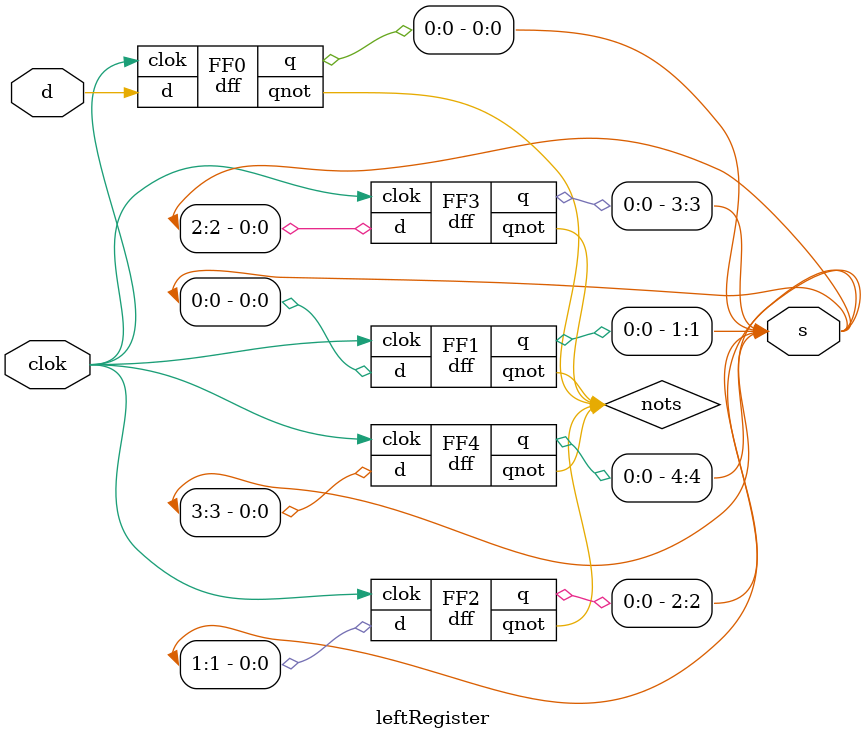
<source format=v>

module clock ( clok );
	output clok;
	reg clok;
	initial begin
	   clok = 1'b0;
	end
	
	always begin
	   #12 clok = ~clok;
	end
endmodule


module dff ( output q, output qnot, input d, input clok );
	reg q, qnot;
	always @( posedge clok )
	begin
		q = d;
		qnot = ~q;
	end
endmodule


module leftRegister (output [4:0]s, input d, input clok);
wire nots;

	dff FF0 (s[0], nots, d, clok);
	dff FF1 (s[1], nots, s[0], clok);
	dff FF2 (s[2], nots, s[1], clok);
	dff FF3 (s[3], nots, s[2], clok);
	dff FF4 (s[4], nots, s[3], clok);

endmodule
</source>
